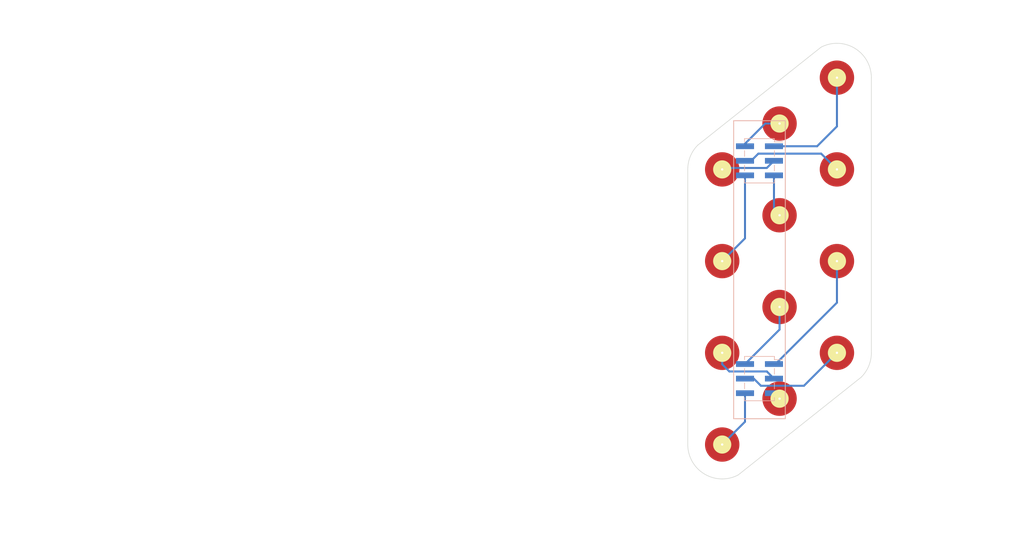
<source format=kicad_pcb>
(kicad_pcb (version 20211014) (generator pcbnew)
  (layers (0 "F.Cu" signal) (31 "B.Cu" signal) (34 "B.Paste" user) (35 "F.Paste" user) (36 "B.SilkS" user "B.Silkscreen") (37 "F.SilkS" user "F.Silkscreen") (38 "B.Mask" user) (39 "F.Mask" user) (44 "Edge.Cuts" user))
  (net 0 "")
  (net 1 "Net-(J1-Pad1)")
  (net 2 "Net-(J1-Pad2)")
  (net 3 "Net-(J1-Pad3)")
  (net 4 "Net-(J2-Pad1)")
  (net 5 "Net-(J2-Pad2)")
  (net 6 "Net-(J2-Pad3)")
  (net 7 "Net-(J2-Pad4)")
  (net 8 "Net-(J2-Pad5)")
  (net 9 "Net-(J2-Pad6)")
  (net 10 "Net-(J1-Pad4)")
  (net 11 "Net-(J1-Pad5)")
  (net 12 "Net-(J1-Pad6)")
  (footprint "Personnal_Library:rond_touch_zone" (layer "F.Cu") (at 79 57.5)
    (fp_text reference "T8" hide)
    (fp_text value "Conn_01x01_Male")
    (fp_circle (center 0 0) (end 1.524 0) (layer "F.SilkS") (width 0.12) (fill solid))
    (pad "1" smd circle (at 0 0) (size 6 6) (layers "F.Cu") (net 7 "Net-(J2-Pad4)"))
  )
  (footprint "Personnal_Library:rond_touch_zone" (layer "F.Cu") (at 79 41.5)
    (fp_text reference "T5" hide)
    (fp_text value "Conn_01x01_Male")
    (fp_circle (center 0 0) (end 1.524 0) (layer "F.SilkS") (width 0.12) (fill solid))
    (pad "1" smd circle (at 0 0) (size 6 6) (layers "F.Cu") (net 3 "Net-(J1-Pad3)"))
  )
  (footprint "Personnal_Library:rond_touch_zone" (layer "F.Cu") (at 89 33.5)
    (fp_text reference "T4" hide)
    (fp_text value "Conn_01x01_Male")
    (fp_circle (center 0 0) (end 1.524 0) (layer "F.SilkS") (width 0.12) (fill solid))
    (pad "1" smd circle (at 0 0) (size 6 6) (layers "F.Cu") (net 11 "Net-(J1-Pad5)"))
  )
  (footprint "Personnal_Library:rond_touch_zone" (layer "F.Cu") (at 89 65.5)
    (fp_text reference "T10" hide)
    (fp_text value "Conn_01x01_Male")
    (fp_circle (center 0 0) (end 1.524 0) (layer "F.SilkS") (width 0.12) (fill solid))
    (pad "1" smd circle (at 0 0) (size 6 6) (layers "F.Cu") (net 8 "Net-(J2-Pad5)"))
  )
  (footprint "Personnal_Library:rond_touch_zone" (layer "F.Cu") (at 79 25.5)
    (fp_text reference "T2" hide)
    (fp_text value "Conn_01x01_Male")
    (fp_circle (center 0 0) (end 1.524 0) (layer "F.SilkS") (width 0.12) (fill solid))
    (pad "1" smd circle (at 0 0) (size 6 6) (layers "F.Cu") (net 10 "Net-(J1-Pad4)"))
  )
  (footprint "Personnal_Library:rond_touch_zone" (layer "F.Cu") (at 69 65.5)
    (fp_text reference "T9" hide)
    (fp_text value "Conn_01x01_Male")
    (fp_circle (center 0 0) (end 1.524 0) (layer "F.SilkS") (width 0.12) (fill solid))
    (pad "1" smd circle (at 0 0) (size 6 6) (layers "F.Cu") (net 5 "Net-(J2-Pad2)"))
  )
  (footprint "Personnal_Library:rond_touch_zone" (layer "F.Cu") (at 79 73.5)
    (fp_text reference "T11" hide)
    (fp_text value "Conn_01x01_Male")
    (fp_circle (center 0 0) (end 1.524 0) (layer "F.SilkS") (width 0.12) (fill solid))
    (pad "1" smd circle (at 0 0) (size 6 6) (layers "F.Cu") (net 6 "Net-(J2-Pad3)"))
  )
  (footprint "Personnal_Library:rond_touch_zone" (layer "F.Cu") (at 69 33.5)
    (fp_text reference "T3" hide)
    (fp_text value "Conn_01x01_Male")
    (fp_circle (center 0 0) (end 1.524 0) (layer "F.SilkS") (width 0.12) (fill solid))
    (pad "1" smd circle (at 0 0) (size 6 6) (layers "F.Cu") (net 2 "Net-(J1-Pad2)"))
  )
  (footprint "Personnal_Library:rond_touch_zone" (layer "F.Cu") (at 69 49.5)
    (fp_text reference "T6" hide)
    (fp_text value "Conn_01x01_Male")
    (fp_circle (center 0 0) (end 1.524 0) (layer "F.SilkS") (width 0.12) (fill solid))
    (pad "1" smd circle (at 0 0) (size 6 6) (layers "F.Cu") (net 12 "Net-(J1-Pad6)"))
  )
  (footprint "Personnal_Library:rond_touch_zone" (layer "F.Cu") (at 88.999997 17.499999)
    (fp_text reference "T1" hide)
    (fp_text value "Conn_01x01_Male")
    (fp_circle (center 0 0) (end 1.524 0) (layer "F.SilkS") (width 0.12) (fill solid))
    (pad "1" smd circle (at 0 0) (size 6 6) (layers "F.Cu") (net 1 "Net-(J1-Pad1)"))
  )
  (footprint "Personnal_Library:rond_touch_zone" (layer "F.Cu") (at 89 49.5)
    (fp_text reference "T7" hide)
    (fp_text value "Conn_01x01_Male")
    (fp_circle (center 0 0) (end 1.524 0) (layer "F.SilkS") (width 0.12) (fill solid))
    (pad "1" smd circle (at 0 0) (size 6 6) (layers "F.Cu") (net 4 "Net-(J2-Pad1)"))
  )
  (footprint "Personnal_Library:rond_touch_zone" (layer "F.Cu") (at 69 81.5)
    (fp_text reference "T12" hide)
    (fp_text value "Conn_01x01_Male")
    (fp_circle (center 0 0) (end 1.524 0) (layer "F.SilkS") (width 0.12) (fill solid))
    (pad "1" smd circle (at 0 0) (size 6 6) (layers "F.Cu") (net 9 "Net-(J2-Pad6)"))
  )
  (footprint "Personnal_Library:PinHeader_2x03_P2.54mm_Vertical_SMD" (layer "B.Cu") (at 75.5 70 180)
    (fp_text reference "J2" hide)
    (fp_text value "Conn_02x03_Top_Bottom")
    (fp_line (start -2.6 -0.76) (end -2.6 -1.78) (layer "B.SilkS") (width 0.12))
    (fp_line (start -2.6 3.87) (end 2.6 3.87) (layer "B.SilkS") (width 0.12))
    (fp_line (start -4.04 3.3) (end -2.6 3.3) (layer "B.SilkS") (width 0.12))
    (fp_line (start 2.6 1.78) (end 2.6 0.76) (layer "B.SilkS") (width 0.12))
    (fp_line (start -2.6 -3.87) (end 2.6 -3.87) (layer "B.SilkS") (width 0.12))
    (fp_line (start -2.6 1.78) (end -2.6 0.76) (layer "B.SilkS") (width 0.12))
    (fp_line (start 2.6 3.87) (end 2.6 3.3) (layer "B.SilkS") (width 0.12))
    (fp_line (start -2.6 -3.3) (end -2.6 -3.87) (layer "B.SilkS") (width 0.12))
    (fp_line (start 2.6 -3.3) (end 2.6 -3.87) (layer "B.SilkS") (width 0.12))
    (fp_line (start 2.6 -0.76) (end 2.6 -1.78) (layer "B.SilkS") (width 0.12))
    (fp_line (start -2.6 3.87) (end -2.6 3.3) (layer "B.SilkS") (width 0.12))
    (pad "1" smd rect (at -2.525 2.54 180) (size 3.15 1) (layers "B.Cu" "B.Paste" "B.Mask") (net 4 "Net-(J2-Pad1)"))
    (pad "2" smd rect (at -2.525 0 180) (size 3.15 1) (layers "B.Cu" "B.Paste" "B.Mask") (net 5 "Net-(J2-Pad2)"))
    (pad "3" smd rect (at -2.525 -2.54 180) (size 3.15 1) (layers "B.Cu" "B.Paste" "B.Mask") (net 6 "Net-(J2-Pad3)"))
    (pad "4" smd rect (at 2.525 2.54 180) (size 3.15 1) (layers "B.Cu" "B.Paste" "B.Mask") (net 7 "Net-(J2-Pad4)"))
    (pad "5" smd rect (at 2.525 0 180) (size 3.15 1) (layers "B.Cu" "B.Paste" "B.Mask") (net 8 "Net-(J2-Pad5)"))
    (pad "6" smd rect (at 2.525 -2.54 180) (size 3.15 1) (layers "B.Cu" "B.Paste" "B.Mask") (net 9 "Net-(J2-Pad6)"))
  )
  (footprint "Personnal_Library:PinHeader_2x03_P2.54mm_Vertical_SMD" (layer "B.Cu") (at 75.5 32 180)
    (fp_text reference "J1" hide)
    (fp_text value "Conn_02x03_Top_Bottom")
    (fp_line (start 2.6 -3.3) (end 2.6 -3.87) (layer "B.SilkS") (width 0.12))
    (fp_line (start -2.6 -3.3) (end -2.6 -3.87) (layer "B.SilkS") (width 0.12))
    (fp_line (start 2.6 -0.76) (end 2.6 -1.78) (layer "B.SilkS") (width 0.12))
    (fp_line (start 2.6 1.78) (end 2.6 0.76) (layer "B.SilkS") (width 0.12))
    (fp_line (start 2.6 3.87) (end 2.6 3.3) (layer "B.SilkS") (width 0.12))
    (fp_line (start -4.04 3.3) (end -2.6 3.3) (layer "B.SilkS") (width 0.12))
    (fp_line (start -2.6 -3.87) (end 2.6 -3.87) (layer "B.SilkS") (width 0.12))
    (fp_line (start -2.6 -0.76) (end -2.6 -1.78) (layer "B.SilkS") (width 0.12))
    (fp_line (start -2.6 3.87) (end -2.6 3.3) (layer "B.SilkS") (width 0.12))
    (fp_line (start -2.6 3.87) (end 2.6 3.87) (layer "B.SilkS") (width 0.12))
    (fp_line (start -2.6 1.78) (end -2.6 0.76) (layer "B.SilkS") (width 0.12))
    (pad "1" smd rect (at -2.525 2.54 180) (size 3.15 1) (layers "B.Cu" "B.Paste" "B.Mask") (net 1 "Net-(J1-Pad1)"))
    (pad "2" smd rect (at -2.525 0 180) (size 3.15 1) (layers "B.Cu" "B.Paste" "B.Mask") (net 2 "Net-(J1-Pad2)"))
    (pad "3" smd rect (at -2.525 -2.54 180) (size 3.15 1) (layers "B.Cu" "B.Paste" "B.Mask") (net 3 "Net-(J1-Pad3)"))
    (pad "4" smd rect (at 2.525 2.54 180) (size 3.15 1) (layers "B.Cu" "B.Paste" "B.Mask") (net 10 "Net-(J1-Pad4)"))
    (pad "5" smd rect (at 2.525 0 180) (size 3.15 1) (layers "B.Cu" "B.Paste" "B.Mask") (net 11 "Net-(J1-Pad5)"))
    (pad "6" smd rect (at 2.525 -2.54 180) (size 3.15 1) (layers "B.Cu" "B.Paste" "B.Mask") (net 12 "Net-(J1-Pad6)"))
  )
  (gr_rect (start 71 25) (end 80 77) (layer "B.SilkS") (width 0.15) (fill none))
  (gr_line (start 63.000002 81.5) (end 63 33.5) (layer "Edge.Cuts") (width 0.1))
  (gr_arc (start 69 87.5) (mid 64.75736 85.74264) (end 63.000002 81.5) (layer "Edge.Cuts") (width 0.1))
  (gr_arc (start 88.999998 11.5) (mid 93.242638 13.25736) (end 94.999996 17.5) (layer "Edge.Cuts") (width 0.1))
  (gr_arc (start 86.199998 12.2) (mid 87.556911 11.677652) (end 88.999998 11.5) (layer "Edge.Cuts") (width 0.1))
  (gr_line (start 71.8 86.8) (end 93.242641 69.742641) (layer "Edge.Cuts") (width 0.1))
  (gr_line (start 86.199998 12.2) (end 64.757357 29.257359) (layer "Edge.Cuts") (width 0.1))
  (gr_arc (start 95 65.5) (mid 94.543277 67.796101) (end 93.242641 69.742641) (layer "Edge.Cuts") (width 0.1))
  (gr_line (start 95 65.5) (end 95 17.5) (layer "Edge.Cuts") (width 0.1))
  (gr_arc (start 71.8 86.8) (mid 70.443087 87.322348) (end 69 87.5) (layer "Edge.Cuts") (width 0.1))
  (gr_arc (start 62.999998 33.5) (mid 63.456721 31.203899) (end 64.757357 29.257359) (layer "Edge.Cuts") (width 0.1))
  (via (at 89 17.5) (size 0.8) (drill 0.4) (layers "F.Cu" "B.Cu") (net 1))
  (segment (start 89 26) (end 89 17.5) (width 0.35) (layer "B.Cu") (net 1))
  (segment (start 85.54 29.46) (end 89 26) (width 0.35) (layer "B.Cu") (net 1))
  (segment (start 78.025 29.46) (end 85.54 29.46) (width 0.35) (layer "B.Cu") (net 1))
  (via (at 69 33.5) (size 0.8) (drill 0.4) (layers "F.Cu" "B.Cu") (net 2))
  (segment (start 78.025 32) (end 76.775 33.25) (width 0.35) (layer "B.Cu") (net 2))
  (segment (start 69.25 33.25) (end 69 33.5) (width 0.35) (layer "B.Cu") (net 2))
  (segment (start 76.775 33.25) (end 69.25 33.25) (width 0.35) (layer "B.Cu") (net 2))
  (via (at 79 41.5) (size 0.8) (drill 0.4) (layers "F.Cu" "B.Cu") (net 3))
  (segment (start 78.025 34.54) (end 78.025 40.525) (width 0.35) (layer "B.Cu") (net 3))
  (segment (start 78.025 40.525) (end 79 41.5) (width 0.35) (layer "B.Cu") (net 3))
  (via (at 89 49.5) (size 0.8) (drill 0.4) (layers "F.Cu" "B.Cu") (net 4))
  (segment (start 78.29 67.46) (end 89 56.75) (width 0.35) (layer "B.Cu") (net 4))
  (segment (start 78.025 67.46) (end 78.29 67.46) (width 0.35) (layer "B.Cu") (net 4))
  (segment (start 89 56.75) (end 89 49.5) (width 0.35) (layer "B.Cu") (net 4))
  (via (at 69 65.5) (size 0.8) (drill 0.4) (layers "F.Cu" "B.Cu") (net 5))
  (segment (start 70.25 68.75) (end 69 67.5) (width 0.35) (layer "B.Cu") (net 5))
  (segment (start 69 67.5) (end 69 65.5) (width 0.35) (layer "B.Cu") (net 5))
  (segment (start 78.025 70) (end 76.775 68.75) (width 0.35) (layer "B.Cu") (net 5))
  (segment (start 76.775 68.75) (end 70.25 68.75) (width 0.35) (layer "B.Cu") (net 5))
  (via (at 79 73.5) (size 0.8) (drill 0.4) (layers "F.Cu" "B.Cu") (net 6))
  (segment (start 78.025 72.54) (end 78.04 72.54) (width 0.35) (layer "B.Cu") (net 6))
  (segment (start 78.04 72.54) (end 79 73.5) (width 0.35) (layer "B.Cu") (net 6))
  (via (at 79 57.5) (size 0.8) (drill 0.4) (layers "F.Cu" "B.Cu") (net 7))
  (segment (start 79 61.435) (end 79 57.5) (width 0.35) (layer "B.Cu") (net 7))
  (segment (start 72.975 67.46) (end 79 61.435) (width 0.35) (layer "B.Cu") (net 7))
  (via (at 89 65.5) (size 0.8) (drill 0.4) (layers "F.Cu" "B.Cu") (net 8))
  (segment (start 72.975 70) (end 74.5 70) (width 0.35) (layer "B.Cu") (net 8))
  (segment (start 75.75 71.25) (end 83.25 71.25) (width 0.35) (layer "B.Cu") (net 8))
  (segment (start 74.5 70) (end 75.75 71.25) (width 0.35) (layer "B.Cu") (net 8))
  (segment (start 83.25 71.25) (end 89 65.5) (width 0.35) (layer "B.Cu") (net 8))
  (via (at 69 81.5) (size 0.8) (drill 0.4) (layers "F.Cu" "B.Cu") (net 9))
  (segment (start 72.975 72.54) (end 72.975 77.525) (width 0.35) (layer "B.Cu") (net 9))
  (segment (start 72.975 77.525) (end 69 81.5) (width 0.35) (layer "B.Cu") (net 9))
  (via (at 79 25.5) (size 0.8) (drill 0.4) (layers "F.Cu" "B.Cu") (net 10))
  (segment (start 76.5 25.5) (end 79 25.5) (width 0.35) (layer "B.Cu") (net 10))
  (segment (start 72.975 29.46) (end 72.975 29.025) (width 0.35) (layer "B.Cu") (net 10))
  (segment (start 72.975 29.025) (end 76.5 25.5) (width 0.35) (layer "B.Cu") (net 10))
  (via (at 89 33.5) (size 0.8) (drill 0.4) (layers "F.Cu" "B.Cu") (net 11))
  (segment (start 74.05 32) (end 75.3 30.75) (width 0.35) (layer "B.Cu") (net 11))
  (segment (start 75.3 30.75) (end 86.25 30.75) (width 0.35) (layer "B.Cu") (net 11))
  (segment (start 72.975 32) (end 74.05 32) (width 0.35) (layer "B.Cu") (net 11))
  (segment (start 86.25 30.75) (end 89 33.5) (width 0.35) (layer "B.Cu") (net 11))
  (via (at 69 49.5) (size 0.8) (drill 0.4) (layers "F.Cu" "B.Cu") (net 12))
  (segment (start 72.975 34.54) (end 72.975 45.525) (width 0.35) (layer "B.Cu") (net 12))
  (segment (start 72.975 45.525) (end 69 49.5) (width 0.35) (layer "B.Cu") (net 12))
)
</source>
